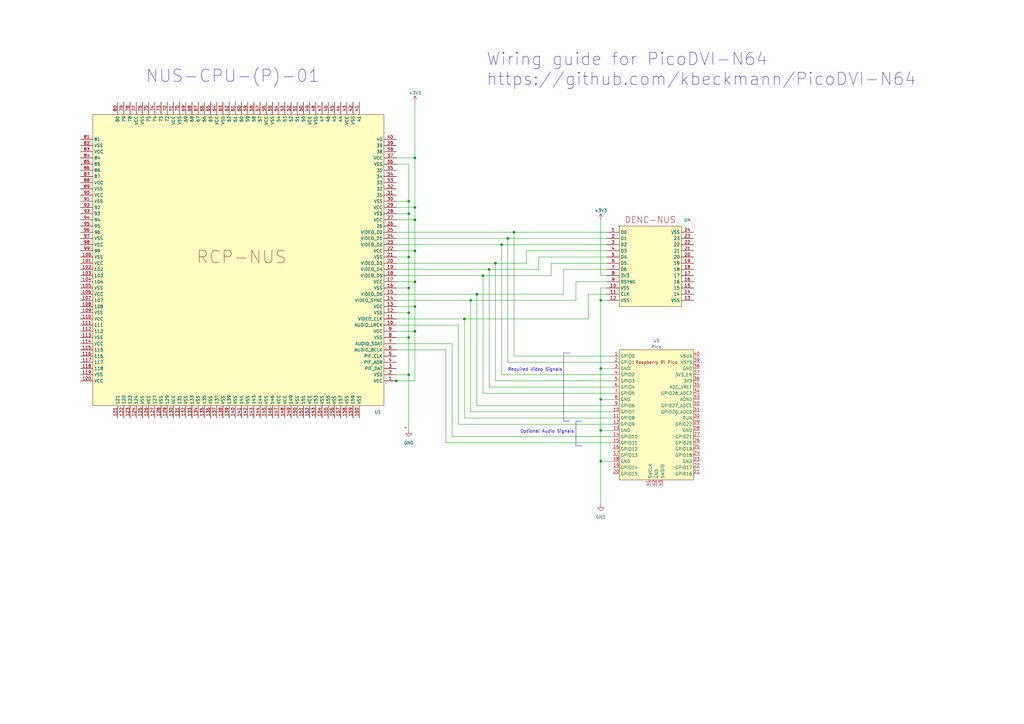
<source format=kicad_sch>
(kicad_sch (version 20230121) (generator eeschema)
  (paper "A3")
  (title_block (title "NUS-CPU-(P)-01") (date "2023-04-05"))
  (lib_symbols
    (symbol "RPi_Pico:Pico"
      (property "Reference" "U" (at -13.97 27.94 0))
      (property "Value" "Pico" (at 0 19.05 0))
      (symbol "Pico_0_0"
        (text "Raspberry Pi Pico" (at 0 21.59 0) (effects (font (size 1.27 1.27))))
      )
      (symbol "Pico_0_1"
        (rectangle (start -15.24 26.67) (end 15.24 -26.67) (fill (type background)))
      )
      (symbol "Pico_1_1"
        (pin bidirectional line (at -17.78 24.13 0) (length 2.54) (name "GPIO0") (number "1"))
        (pin bidirectional line (at -17.78 1.27 0) (length 2.54) (name "GPIO7") (number "10"))
        (pin bidirectional line (at -17.78 -1.27 0) (length 2.54) (name "GPIO8") (number "11"))
        (pin bidirectional line (at -17.78 -3.81 0) (length 2.54) (name "GPIO9") (number "12"))
        (pin power_in line (at -17.78 -6.35 0) (length 2.54) (name "GND") (number "13"))
        (pin bidirectional line (at -17.78 -8.89 0) (length 2.54) (name "GPIO10") (number "14"))
        (pin bidirectional line (at -17.78 -11.43 0) (length 2.54) (name "GPIO11") (number "15"))
        (pin bidirectional line (at -17.78 -13.97 0) (length 2.54) (name "GPIO12") (number "16"))
        (pin bidirectional line (at -17.78 -16.51 0) (length 2.54) (name "GPIO13") (number "17"))
        (pin power_in line (at -17.78 -19.05 0) (length 2.54) (name "GND") (number "18"))
        (pin bidirectional line (at -17.78 -21.59 0) (length 2.54) (name "GPIO14") (number "19"))
        (pin bidirectional line (at -17.78 21.59 0) (length 2.54) (name "GPIO1") (number "2"))
        (pin bidirectional line (at -17.78 -24.13 0) (length 2.54) (name "GPIO15") (number "20"))
        (pin bidirectional line (at 17.78 -24.13 180) (length 2.54) (name "GPIO16") (number "21"))
        (pin bidirectional line (at 17.78 -21.59 180) (length 2.54) (name "GPIO17") (number "22"))
        (pin power_in line (at 17.78 -19.05 180) (length 2.54) (name "GND") (number "23"))
        (pin bidirectional line (at 17.78 -16.51 180) (length 2.54) (name "GPIO18") (number "24"))
        (pin bidirectional line (at 17.78 -13.97 180) (length 2.54) (name "GPIO19") (number "25"))
        (pin bidirectional line (at 17.78 -11.43 180) (length 2.54) (name "GPIO20") (number "26"))
        (pin bidirectional line (at 17.78 -8.89 180) (length 2.54) (name "GPIO21") (number "27"))
        (pin power_in line (at 17.78 -6.35 180) (length 2.54) (name "GND") (number "28"))
        (pin bidirectional line (at 17.78 -3.81 180) (length 2.54) (name "GPIO22") (number "29"))
        (pin power_in line (at -17.78 19.05 0) (length 2.54) (name "GND") (number "3"))
        (pin input line (at 17.78 -1.27 180) (length 2.54) (name "RUN") (number "30"))
        (pin bidirectional line (at 17.78 1.27 180) (length 2.54) (name "GPIO26_ADC0") (number "31"))
        (pin bidirectional line (at 17.78 3.81 180) (length 2.54) (name "GPIO27_ADC1") (number "32"))
        (pin power_in line (at 17.78 6.35 180) (length 2.54) (name "AGND") (number "33"))
        (pin bidirectional line (at 17.78 8.89 180) (length 2.54) (name "GPIO28_ADC2") (number "34"))
        (pin power_in line (at 17.78 11.43 180) (length 2.54) (name "ADC_VREF") (number "35"))
        (pin power_in line (at 17.78 13.97 180) (length 2.54) (name "3V3") (number "36"))
        (pin input line (at 17.78 16.51 180) (length 2.54) (name "3V3_EN") (number "37"))
        (pin bidirectional line (at 17.78 19.05 180) (length 2.54) (name "GND") (number "38"))
        (pin power_in line (at 17.78 21.59 180) (length 2.54) (name "VSYS") (number "39"))
        (pin bidirectional line (at -17.78 16.51 0) (length 2.54) (name "GPIO2") (number "4"))
        (pin power_in line (at 17.78 24.13 180) (length 2.54) (name "VBUS") (number "40"))
        (pin input line (at -2.54 -29.21 90) (length 2.54) (name "SWCLK") (number "41"))
        (pin power_in line (at 0 -29.21 90) (length 2.54) (name "GND") (number "42"))
        (pin bidirectional line (at 2.54 -29.21 90) (length 2.54) (name "SWDIO") (number "43"))
        (pin bidirectional line (at -17.78 13.97 0) (length 2.54) (name "GPIO3") (number "5"))
        (pin bidirectional line (at -17.78 11.43 0) (length 2.54) (name "GPIO4") (number "6"))
        (pin bidirectional line (at -17.78 8.89 0) (length 2.54) (name "GPIO5") (number "7"))
        (pin power_in line (at -17.78 6.35 0) (length 2.54) (name "GND") (number "8"))
        (pin bidirectional line (at -17.78 3.81 0) (length 2.54) (name "GPIO6") (number "9"))
      )
    )
    (symbol "n64:DENC-NUS"
      (property "Reference" "U" (at 0 0 0))
      (symbol "DENC-NUS_1_1"
        (rectangle (start -27.94 35.56) (end -2.54 2.54) (fill (type background)))
        (text "DENC-NUS" (at -15.24 38.1 0) (effects (font (size 2.54 2.54))))
        (pin bidirectional line (at -33.02 33.02 0) (length 5.08) (name "D0") (number "1"))
        (pin power_in line (at -33.02 10.16 0) (length 5.08) (name "VSS") (number "10"))
        (pin bidirectional line (at -33.02 7.62 0) (length 5.08) (name "CLK") (number "11"))
        (pin power_in line (at -33.02 5.08 0) (length 5.08) (name "VSS") (number "12"))
        (pin power_in line (at 2.54 5.08 180) (length 5.08) (name "VSS") (number "13"))
        (pin bidirectional line (at 2.54 7.62 180) (length 5.08) (name "14") (number "14"))
        (pin bidirectional line (at 2.54 10.16 180) (length 5.08) (name "15") (number "15"))
        (pin bidirectional line (at 2.54 12.7 180) (length 5.08) (name "16") (number "16"))
        (pin bidirectional line (at 2.54 15.24 180) (length 5.08) (name "17") (number "17"))
        (pin bidirectional line (at 2.54 17.78 180) (length 5.08) (name "18") (number "18"))
        (pin bidirectional line (at 2.54 20.32 180) (length 5.08) (name "19") (number "19"))
        (pin bidirectional line (at -33.02 30.48 0) (length 5.08) (name "D1") (number "2"))
        (pin bidirectional line (at 2.54 22.86 180) (length 5.08) (name "20") (number "20"))
        (pin bidirectional line (at 2.54 25.4 180) (length 5.08) (name "21") (number "21"))
        (pin bidirectional line (at 2.54 27.94 180) (length 5.08) (name "22") (number "22"))
        (pin bidirectional line (at 2.54 30.48 180) (length 5.08) (name "23") (number "23"))
        (pin power_in line (at 2.54 33.02 180) (length 5.08) (name "VSS") (number "24"))
        (pin bidirectional line (at -33.02 27.94 0) (length 5.08) (name "D2") (number "3"))
        (pin bidirectional line (at -33.02 25.4 0) (length 5.08) (name "D3") (number "4"))
        (pin bidirectional line (at -33.02 22.86 0) (length 5.08) (name "D4") (number "5"))
        (pin bidirectional line (at -33.02 20.32 0) (length 5.08) (name "D5") (number "6"))
        (pin bidirectional line (at -33.02 17.78 0) (length 5.08) (name "D6") (number "7"))
        (pin power_in line (at -33.02 15.24 0) (length 5.08) (name "3V3") (number "8"))
        (pin bidirectional line (at -33.02 12.7 0) (length 5.08) (name "DSYNC") (number "9"))
      )
    )
    (symbol "n64:RCP-NUS"
      (property "Reference" "U" (at 8.89 6.35 0))
      (symbol "RCP-NUS_1_1"
        (rectangle (start -119.38 134.62) (end 0 15.24) (fill (type background)))
        (text "RCP-NUS" (at -58.42 76.2 0) (effects (font (size 5.08 5.08))))
        (pin bidirectional line (at 5.08 25.4 180) (length 5.08) (name "VCC") (number "1"))
        (pin bidirectional line (at 5.08 48.26 180) (length 5.08) (name "AUDIO_LRCK") (number "10"))
        (pin bidirectional line (at -124.46 76.2 0) (length 5.08) (name "VSS") (number "100"))
        (pin bidirectional line (at -124.46 73.66 0) (length 5.08) (name "VCC") (number "101"))
        (pin bidirectional line (at -124.46 71.12 0) (length 5.08) (name "102") (number "102"))
        (pin bidirectional line (at -124.46 68.58 0) (length 5.08) (name "103") (number "103"))
        (pin bidirectional line (at -124.46 66.04 0) (length 5.08) (name "104") (number "104"))
        (pin bidirectional line (at -124.46 63.5 0) (length 5.08) (name "VSS") (number "105"))
        (pin bidirectional line (at -124.46 60.96 0) (length 5.08) (name "VCC") (number "106"))
        (pin bidirectional line (at -124.46 58.42 0) (length 5.08) (name "107") (number "107"))
        (pin bidirectional line (at -124.46 55.88 0) (length 5.08) (name "108") (number "108"))
        (pin bidirectional line (at -124.46 53.34 0) (length 5.08) (name "VSS") (number "109"))
        (pin bidirectional line (at 5.08 50.8 180) (length 5.08) (name "VIDEO_CLK") (number "11"))
        (pin bidirectional line (at -124.46 50.8 0) (length 5.08) (name "VCC") (number "110"))
        (pin bidirectional line (at -124.46 48.26 0) (length 5.08) (name "111") (number "111"))
        (pin bidirectional line (at -124.46 45.72 0) (length 5.08) (name "112") (number "112"))
        (pin bidirectional line (at -124.46 43.18 0) (length 5.08) (name "VSS") (number "113"))
        (pin bidirectional line (at -124.46 40.64 0) (length 5.08) (name "VCC") (number "114"))
        (pin bidirectional line (at -124.46 38.1 0) (length 5.08) (name "115") (number "115"))
        (pin bidirectional line (at -124.46 35.56 0) (length 5.08) (name "116") (number "116"))
        (pin bidirectional line (at -124.46 33.02 0) (length 5.08) (name "117") (number "117"))
        (pin bidirectional line (at -124.46 30.48 0) (length 5.08) (name "118") (number "118"))
        (pin bidirectional line (at -124.46 27.94 0) (length 5.08) (name "VSS") (number "119"))
        (pin bidirectional line (at 5.08 53.34 180) (length 5.08) (name "VSS") (number "12"))
        (pin bidirectional line (at -124.46 25.4 0) (length 5.08) (name "VCC") (number "120"))
        (pin bidirectional line (at -109.22 10.16 90) (length 5.08) (name "121") (number "121"))
        (pin bidirectional line (at -106.68 10.16 90) (length 5.08) (name "122") (number "122"))
        (pin bidirectional line (at -104.14 10.16 90) (length 5.08) (name "123") (number "123"))
        (pin bidirectional line (at -101.6 10.16 90) (length 5.08) (name "124") (number "124"))
        (pin bidirectional line (at -99.06 10.16 90) (length 5.08) (name "VSS") (number "125"))
        (pin bidirectional line (at -96.52 10.16 90) (length 5.08) (name "VCC") (number "126"))
        (pin bidirectional line (at -93.98 10.16 90) (length 5.08) (name "127") (number "127"))
        (pin bidirectional line (at -91.44 10.16 90) (length 5.08) (name "VSS") (number "128"))
        (pin bidirectional line (at -88.9 10.16 90) (length 5.08) (name "129") (number "129"))
        (pin bidirectional line (at 5.08 55.88 180) (length 5.08) (name "VCC") (number "13"))
        (pin bidirectional line (at -86.36 10.16 90) (length 5.08) (name "VCC") (number "130"))
        (pin bidirectional line (at -83.82 10.16 90) (length 5.08) (name "131") (number "131"))
        (pin bidirectional line (at -81.28 10.16 90) (length 5.08) (name "VSS") (number "132"))
        (pin bidirectional line (at -78.74 10.16 90) (length 5.08) (name "133") (number "133"))
        (pin bidirectional line (at -76.2 10.16 90) (length 5.08) (name "VSS") (number "134"))
        (pin bidirectional line (at -73.66 10.16 90) (length 5.08) (name "135") (number "135"))
        (pin bidirectional line (at -71.12 10.16 90) (length 5.08) (name "VSS") (number "136"))
        (pin bidirectional line (at -68.58 10.16 90) (length 5.08) (name "137") (number "137"))
        (pin bidirectional line (at -66.04 10.16 90) (length 5.08) (name "VSS") (number "138"))
        (pin bidirectional line (at -63.5 10.16 90) (length 5.08) (name "139") (number "139"))
        (pin bidirectional line (at 5.08 58.42 180) (length 5.08) (name "VIDEO_SYNC") (number "14"))
        (pin bidirectional line (at -60.96 10.16 90) (length 5.08) (name "VSS") (number "140"))
        (pin bidirectional line (at -58.42 10.16 90) (length 5.08) (name "141") (number "141"))
        (pin bidirectional line (at -55.88 10.16 90) (length 5.08) (name "VSS") (number "142"))
        (pin bidirectional line (at -53.34 10.16 90) (length 5.08) (name "143") (number "143"))
        (pin bidirectional line (at -50.8 10.16 90) (length 5.08) (name "144") (number "144"))
        (pin bidirectional line (at -48.26 10.16 90) (length 5.08) (name "VSS") (number "145"))
        (pin bidirectional line (at -45.72 10.16 90) (length 5.08) (name "146") (number "146"))
        (pin bidirectional line (at -43.18 10.16 90) (length 5.08) (name "VCC") (number "147"))
        (pin bidirectional line (at -40.64 10.16 90) (length 5.08) (name "VCC") (number "148"))
        (pin bidirectional line (at -38.1 10.16 90) (length 5.08) (name "149") (number "149"))
        (pin bidirectional line (at 5.08 60.96 180) (length 5.08) (name "VIDEO_D6") (number "15"))
        (pin bidirectional line (at -35.56 10.16 90) (length 5.08) (name "VSS") (number "150"))
        (pin bidirectional line (at -33.02 10.16 90) (length 5.08) (name "151") (number "151"))
        (pin bidirectional line (at -30.48 10.16 90) (length 5.08) (name "VCC") (number "152"))
        (pin bidirectional line (at -27.94 10.16 90) (length 5.08) (name "153") (number "153"))
        (pin bidirectional line (at -25.4 10.16 90) (length 5.08) (name "VSS") (number "154"))
        (pin bidirectional line (at -22.86 10.16 90) (length 5.08) (name "155") (number "155"))
        (pin bidirectional line (at -20.32 10.16 90) (length 5.08) (name "VSS") (number "156"))
        (pin bidirectional line (at -17.78 10.16 90) (length 5.08) (name "157") (number "157"))
        (pin bidirectional line (at -15.24 10.16 90) (length 5.08) (name "VSS") (number "158"))
        (pin bidirectional line (at -12.7 10.16 90) (length 5.08) (name "159") (number "159"))
        (pin bidirectional line (at 5.08 63.5 180) (length 5.08) (name "VSS") (number "16"))
        (pin bidirectional line (at -10.16 10.16 90) (length 5.08) (name "VSS") (number "160"))
        (pin bidirectional line (at 5.08 66.04 180) (length 5.08) (name "VCC") (number "17"))
        (pin bidirectional line (at 5.08 68.58 180) (length 5.08) (name "VIDEO_D5") (number "18"))
        (pin bidirectional line (at 5.08 71.12 180) (length 5.08) (name "VIDEO_D4") (number "19"))
        (pin bidirectional line (at 5.08 27.94 180) (length 5.08) (name "VSS") (number "2"))
        (pin bidirectional line (at 5.08 73.66 180) (length 5.08) (name "VIDEO_D3") (number "20"))
        (pin bidirectional line (at 5.08 76.2 180) (length 5.08) (name "VSS") (number "21"))
        (pin bidirectional line (at 5.08 78.74 180) (length 5.08) (name "VCC") (number "22"))
        (pin bidirectional line (at 5.08 81.28 180) (length 5.08) (name "VIDEO_D2") (number "23"))
        (pin bidirectional line (at 5.08 83.82 180) (length 5.08) (name "VIDEO_D1") (number "24"))
        (pin bidirectional line (at 5.08 86.36 180) (length 5.08) (name "VIDEO_D0") (number "25"))
        (pin bidirectional line (at 5.08 88.9 180) (length 5.08) (name "26") (number "26"))
        (pin bidirectional line (at 5.08 91.44 180) (length 5.08) (name "VCC") (number "27"))
        (pin bidirectional line (at 5.08 93.98 180) (length 5.08) (name "VSS") (number "28"))
        (pin bidirectional line (at 5.08 96.52 180) (length 5.08) (name "VCC") (number "29"))
        (pin bidirectional line (at 5.08 30.48 180) (length 5.08) (name "PIF_DAT") (number "3"))
        (pin bidirectional line (at 5.08 99.06 180) (length 5.08) (name "VSS") (number "30"))
        (pin bidirectional line (at 5.08 101.6 180) (length 5.08) (name "31") (number "31"))
        (pin bidirectional line (at 5.08 104.14 180) (length 5.08) (name "32") (number "32"))
        (pin bidirectional line (at 5.08 106.68 180) (length 5.08) (name "33") (number "33"))
        (pin bidirectional line (at 5.08 109.22 180) (length 5.08) (name "34") (number "34"))
        (pin bidirectional line (at 5.08 111.76 180) (length 5.08) (name "35") (number "35"))
        (pin bidirectional line (at 5.08 114.3 180) (length 5.08) (name "VSS") (number "36"))
        (pin bidirectional line (at 5.08 116.84 180) (length 5.08) (name "VCC") (number "37"))
        (pin bidirectional line (at 5.08 119.38 180) (length 5.08) (name "38") (number "38"))
        (pin bidirectional line (at 5.08 121.92 180) (length 5.08) (name "39") (number "39"))
        (pin bidirectional line (at 5.08 33.02 180) (length 5.08) (name "PIF_ADR") (number "4"))
        (pin bidirectional line (at 5.08 124.46 180) (length 5.08) (name "40") (number "40"))
        (pin bidirectional line (at -10.16 139.7 270) (length 5.08) (name "41") (number "41"))
        (pin bidirectional line (at -12.7 139.7 270) (length 5.08) (name "VSS") (number "42"))
        (pin bidirectional line (at -15.24 139.7 270) (length 5.08) (name "VCC") (number "43"))
        (pin bidirectional line (at -17.78 139.7 270) (length 5.08) (name "44") (number "44"))
        (pin bidirectional line (at -20.32 139.7 270) (length 5.08) (name "45") (number "45"))
        (pin bidirectional line (at -22.86 139.7 270) (length 5.08) (name "46") (number "46"))
        (pin bidirectional line (at -25.4 139.7 270) (length 5.08) (name "47") (number "47"))
        (pin bidirectional line (at -27.94 139.7 270) (length 5.08) (name "VSS") (number "48"))
        (pin bidirectional line (at -30.48 139.7 270) (length 5.08) (name "VCC") (number "49"))
        (pin bidirectional line (at 5.08 35.56 180) (length 5.08) (name "PIF_CLK") (number "5"))
        (pin bidirectional line (at -33.02 139.7 270) (length 5.08) (name "50") (number "50"))
        (pin bidirectional line (at -35.56 139.7 270) (length 5.08) (name "51") (number "51"))
        (pin bidirectional line (at -38.1 139.7 270) (length 5.08) (name "52") (number "52"))
        (pin bidirectional line (at -40.64 139.7 270) (length 5.08) (name "53") (number "53"))
        (pin bidirectional line (at -43.18 139.7 270) (length 5.08) (name "54") (number "54"))
        (pin bidirectional line (at -45.72 139.7 270) (length 5.08) (name "VSS") (number "55"))
        (pin bidirectional line (at -48.26 139.7 270) (length 5.08) (name "VCC") (number "56"))
        (pin bidirectional line (at -50.8 139.7 270) (length 5.08) (name "57") (number "57"))
        (pin bidirectional line (at -53.34 139.7 270) (length 5.08) (name "58") (number "58"))
        (pin bidirectional line (at -55.88 139.7 270) (length 5.08) (name "59") (number "59"))
        (pin bidirectional line (at 5.08 38.1 180) (length 5.08) (name "AUDIO_BCLK") (number "6"))
        (pin bidirectional line (at -58.42 139.7 270) (length 5.08) (name "60") (number "60"))
        (pin bidirectional line (at -60.96 139.7 270) (length 5.08) (name "61") (number "61"))
        (pin bidirectional line (at -63.5 139.7 270) (length 5.08) (name "62") (number "62"))
        (pin bidirectional line (at -66.04 139.7 270) (length 5.08) (name "VSS") (number "63"))
        (pin bidirectional line (at -68.58 139.7 270) (length 5.08) (name "VCC") (number "64"))
        (pin bidirectional line (at -71.12 139.7 270) (length 5.08) (name "65") (number "65"))
        (pin bidirectional line (at -73.66 139.7 270) (length 5.08) (name "66") (number "66"))
        (pin bidirectional line (at -76.2 139.7 270) (length 5.08) (name "67") (number "67"))
        (pin bidirectional line (at -78.74 139.7 270) (length 5.08) (name "68") (number "68"))
        (pin bidirectional line (at -81.28 139.7 270) (length 5.08) (name "69") (number "69"))
        (pin bidirectional line (at 5.08 40.64 180) (length 5.08) (name "AUDIO_SDAT") (number "7"))
        (pin bidirectional line (at -83.82 139.7 270) (length 5.08) (name "VSS") (number "70"))
        (pin bidirectional line (at -86.36 139.7 270) (length 5.08) (name "VCC") (number "71"))
        (pin bidirectional line (at -88.9 139.7 270) (length 5.08) (name "72") (number "72"))
        (pin bidirectional line (at -91.44 139.7 270) (length 5.08) (name "73") (number "73"))
        (pin bidirectional line (at -93.98 139.7 270) (length 5.08) (name "74") (number "74"))
        (pin bidirectional line (at -96.52 139.7 270) (length 5.08) (name "75") (number "75"))
        (pin bidirectional line (at -99.06 139.7 270) (length 5.08) (name "VSS") (number "76"))
        (pin bidirectional line (at -101.6 139.7 270) (length 5.08) (name "VCC") (number "77"))
        (pin bidirectional line (at -104.14 139.7 270) (length 5.08) (name "78") (number "78"))
        (pin bidirectional line (at -106.68 139.7 270) (length 5.08) (name "79") (number "79"))
        (pin bidirectional line (at 5.08 43.18 180) (length 5.08) (name "VSS") (number "8"))
        (pin bidirectional line (at -109.22 139.7 270) (length 5.08) (name "80") (number "80"))
        (pin bidirectional line (at -124.46 124.46 0) (length 5.08) (name "81") (number "81"))
        (pin bidirectional line (at -124.46 121.92 0) (length 5.08) (name "VSS") (number "82"))
        (pin bidirectional line (at -124.46 119.38 0) (length 5.08) (name "VCC") (number "83"))
        (pin bidirectional line (at -124.46 116.84 0) (length 5.08) (name "84") (number "84"))
        (pin bidirectional line (at -124.46 114.3 0) (length 5.08) (name "85") (number "85"))
        (pin bidirectional line (at -124.46 111.76 0) (length 5.08) (name "86") (number "86"))
        (pin bidirectional line (at -124.46 109.22 0) (length 5.08) (name "87") (number "87"))
        (pin bidirectional line (at -124.46 106.68 0) (length 5.08) (name "VCC") (number "88"))
        (pin bidirectional line (at -124.46 104.14 0) (length 5.08) (name "VSS") (number "89"))
        (pin bidirectional line (at 5.08 45.72 180) (length 5.08) (name "VCC") (number "9"))
        (pin bidirectional line (at -124.46 101.6 0) (length 5.08) (name "VCC") (number "90"))
        (pin bidirectional line (at -124.46 99.06 0) (length 5.08) (name "VSS") (number "91"))
        (pin bidirectional line (at -124.46 96.52 0) (length 5.08) (name "92") (number "92"))
        (pin bidirectional line (at -124.46 93.98 0) (length 5.08) (name "93") (number "93"))
        (pin bidirectional line (at -124.46 91.44 0) (length 5.08) (name "94") (number "94"))
        (pin bidirectional line (at -124.46 88.9 0) (length 5.08) (name "95") (number "95"))
        (pin bidirectional line (at -124.46 86.36 0) (length 5.08) (name "96") (number "96"))
        (pin bidirectional line (at -124.46 83.82 0) (length 5.08) (name "VSS") (number "97"))
        (pin bidirectional line (at -124.46 81.28 0) (length 5.08) (name "VCC") (number "98"))
        (pin bidirectional line (at -124.46 78.74 0) (length 5.08) (name "99") (number "99"))
      )
    )
    (symbol "power:+3V3" (power) (pin_names (offset 0))
      (property "Value" "+3V3" (at 0 3.556 0))
      (symbol "+3V3_0_1"
        (polyline (pts (xy -0.762 1.27) (xy 0 2.54)))
        (polyline (pts (xy 0 0) (xy 0 2.54)))
        (polyline (pts (xy 0 2.54) (xy 0.762 1.27)))
      )
      (symbol "+3V3_1_1"
        (pin power_in line (at 0 0 90) (length 0) hide (name "+3V3") (number "1"))
      )
    )
    (symbol "power:GND" (power) (pin_names (offset 0))
      (property "Value" "GND" (at 0 -3.81 0))
      (symbol "GND_0_1"
        (polyline (pts (xy 0 0) (xy 0 -1.27) (xy 1.27 -1.27) (xy 0 -2.54) (xy -1.27 -1.27) (xy 0 -1.27)))
      )
      (symbol "GND_1_1"
        (pin power_in line (at 0 0 270) (length 0) hide (name "GND") (number "1"))
      )
    )
  )
  (junction (at 193.04 123.19))
  (junction (at 210.82 95.25))
  (junction (at 170.18 135.89))
  (junction (at 246.38 163.83))
  (junction (at 208.28 97.79))
  (junction (at 170.18 115.57))
  (junction (at 246.38 151.13))
  (junction (at 205.74 100.33))
  (junction (at 203.2 107.95))
  (junction (at 167.64 105.41))
  (junction (at 167.64 87.63))
  (junction (at 170.18 125.73))
  (junction (at 167.64 128.27))
  (junction (at 246.38 123.19))
  (junction (at 167.64 138.43))
  (junction (at 167.64 153.67))
  (junction (at 170.18 90.17))
  (junction (at 195.58 120.65))
  (junction (at 200.66 110.49))
  (junction (at 198.12 113.03))
  (junction (at 190.5 130.81))
  (junction (at 162.56 156.21))
  (junction (at 170.18 102.87))
  (junction (at 246.38 176.53))
  (junction (at 170.18 64.77))
  (junction (at 170.18 85.09))
  (junction (at 246.38 189.23))
  (junction (at 167.64 118.11))
  (junction (at 167.64 82.55))
  (wire (pts (xy 170.18 85.09) (xy 170.18 90.17)))
  (wire (pts (xy 220.98 110.49) (xy 200.66 110.49)))
  (wire (pts (xy 182.88 181.61) (xy 251.46 181.61)))
  (wire (pts (xy 203.2 107.95) (xy 215.9 107.95)))
  (wire (pts (xy 200.66 110.49) (xy 200.66 158.75)))
  (wire (pts (xy 246.38 163.83) (xy 246.38 176.53)))
  (wire (pts (xy 162.56 87.63) (xy 167.64 87.63)))
  (wire (pts (xy 226.06 107.95) (xy 248.92 107.95)))
  (wire (pts (xy 167.64 176.53) (xy 167.64 153.67)))
  (wire (pts (xy 246.38 176.53) (xy 246.38 189.23)))
  (wire (pts (xy 200.66 110.49) (xy 162.56 110.49)))
  (wire (pts (xy 200.66 158.75) (xy 251.46 158.75)))
  (wire (pts (xy 248.92 120.65) (xy 241.3 120.65)))
  (wire (pts (xy 246.38 163.83) (xy 251.46 163.83)))
  (wire (pts (xy 185.42 140.97) (xy 185.42 179.07)))
  (wire (pts (xy 248.92 115.57) (xy 236.22 115.57)))
  (wire (pts (xy 162.56 102.87) (xy 170.18 102.87)))
  (wire (pts (xy 170.18 135.89) (xy 170.18 156.21)))
  (wire (pts (xy 193.04 123.19) (xy 162.56 123.19)))
  (wire (pts (xy 162.56 115.57) (xy 170.18 115.57)))
  (wire (pts (xy 170.18 125.73) (xy 170.18 135.89)))
  (wire (pts (xy 170.18 90.17) (xy 170.18 102.87)))
  (wire (pts (xy 195.58 166.37) (xy 251.46 166.37)))
  (wire (pts (xy 170.18 102.87) (xy 170.18 115.57)))
  (wire (pts (xy 215.9 102.87) (xy 248.92 102.87)))
  (wire (pts (xy 246.38 90.17) (xy 246.38 113.03)))
  (wire (pts (xy 162.56 95.25) (xy 210.82 95.25)))
  (wire (pts (xy 162.56 140.97) (xy 185.42 140.97)))
  (wire (pts (xy 195.58 120.65) (xy 195.58 166.37)))
  (wire (pts (xy 246.38 189.23) (xy 246.38 207.01)))
  (wire (pts (xy 162.56 118.11) (xy 167.64 118.11)))
  (wire (pts (xy 236.22 115.57) (xy 236.22 123.19)))
  (wire (pts (xy 167.64 128.27) (xy 167.64 118.11)))
  (wire (pts (xy 170.18 115.57) (xy 170.18 125.73)))
  (wire (pts (xy 198.12 113.03) (xy 226.06 113.03)))
  (wire (pts (xy 162.56 107.95) (xy 203.2 107.95)))
  (wire (pts (xy 193.04 123.19) (xy 193.04 168.91)))
  (wire (pts (xy 248.92 105.41) (xy 220.98 105.41)))
  (wire (pts (xy 167.64 118.11) (xy 167.64 105.41)))
  (wire (pts (xy 162.56 113.03) (xy 198.12 113.03)))
  (wire (pts (xy 251.46 148.59) (xy 208.28 148.59)))
  (wire (pts (xy 246.38 118.11) (xy 246.38 123.19)))
  (polyline (pts (xy 236.22 172.72) (xy 236.22 182.88)))
  (wire (pts (xy 162.56 125.73) (xy 170.18 125.73)))
  (wire (pts (xy 231.14 120.65) (xy 195.58 120.65)))
  (wire (pts (xy 185.42 179.07) (xy 251.46 179.07)))
  (wire (pts (xy 182.88 143.51) (xy 182.88 181.61)))
  (wire (pts (xy 248.92 110.49) (xy 231.14 110.49)))
  (wire (pts (xy 246.38 151.13) (xy 251.46 151.13)))
  (wire (pts (xy 226.06 113.03) (xy 226.06 107.95)))
  (wire (pts (xy 167.64 67.31) (xy 162.56 67.31)))
  (wire (pts (xy 198.12 113.03) (xy 198.12 161.29)))
  (wire (pts (xy 190.5 130.81) (xy 162.56 130.81)))
  (wire (pts (xy 162.56 90.17) (xy 170.18 90.17)))
  (wire (pts (xy 203.2 107.95) (xy 203.2 156.21)))
  (wire (pts (xy 248.92 118.11) (xy 246.38 118.11)))
  (wire (pts (xy 162.56 143.51) (xy 182.88 143.51)))
  (wire (pts (xy 167.64 82.55) (xy 167.64 67.31)))
  (wire (pts (xy 241.3 130.81) (xy 190.5 130.81)))
  (wire (pts (xy 162.56 153.67) (xy 167.64 153.67)))
  (wire (pts (xy 210.82 95.25) (xy 248.92 95.25)))
  (polyline (pts (xy 231.14 172.72) (xy 231.14 144.78)))
  (wire (pts (xy 205.74 100.33) (xy 248.92 100.33)))
  (wire (pts (xy 246.38 113.03) (xy 248.92 113.03)))
  (wire (pts (xy 236.22 123.19) (xy 193.04 123.19)))
  (wire (pts (xy 170.18 41.91) (xy 170.18 64.77)))
  (wire (pts (xy 246.38 151.13) (xy 246.38 163.83)))
  (wire (pts (xy 162.56 138.43) (xy 167.64 138.43)))
  (wire (pts (xy 190.5 171.45) (xy 251.46 171.45)))
  (wire (pts (xy 187.96 173.99) (xy 251.46 173.99)))
  (wire (pts (xy 162.56 156.21) (xy 160.02 156.21)))
  (wire (pts (xy 162.56 105.41) (xy 167.64 105.41)))
  (polyline (pts (xy 236.22 182.88) (xy 238.76 182.88)))
  (wire (pts (xy 167.64 153.67) (xy 167.64 138.43)))
  (wire (pts (xy 215.9 107.95) (xy 215.9 102.87)))
  (wire (pts (xy 170.18 156.21) (xy 162.56 156.21)))
  (wire (pts (xy 205.74 100.33) (xy 205.74 153.67)))
  (wire (pts (xy 162.56 128.27) (xy 167.64 128.27)))
  (wire (pts (xy 190.5 130.81) (xy 190.5 171.45)))
  (wire (pts (xy 162.56 64.77) (xy 170.18 64.77)))
  (wire (pts (xy 198.12 161.29) (xy 251.46 161.29)))
  (wire (pts (xy 246.38 123.19) (xy 248.92 123.19)))
  (wire (pts (xy 210.82 95.25) (xy 210.82 146.05)))
  (wire (pts (xy 167.64 105.41) (xy 167.64 87.63)))
  (wire (pts (xy 167.64 138.43) (xy 167.64 128.27)))
  (wire (pts (xy 203.2 156.21) (xy 251.46 156.21)))
  (wire (pts (xy 162.56 97.79) (xy 208.28 97.79)))
  (wire (pts (xy 162.56 133.35) (xy 187.96 133.35)))
  (wire (pts (xy 208.28 148.59) (xy 208.28 97.79)))
  (wire (pts (xy 170.18 64.77) (xy 170.18 85.09)))
  (wire (pts (xy 231.14 110.49) (xy 231.14 120.65)))
  (wire (pts (xy 162.56 82.55) (xy 167.64 82.55)))
  (wire (pts (xy 167.64 87.63) (xy 167.64 82.55)))
  (wire (pts (xy 246.38 189.23) (xy 251.46 189.23)))
  (wire (pts (xy 246.38 176.53) (xy 251.46 176.53)))
  (wire (pts (xy 210.82 146.05) (xy 251.46 146.05)))
  (wire (pts (xy 220.98 105.41) (xy 220.98 110.49)))
  (wire (pts (xy 193.04 168.91) (xy 251.46 168.91)))
  (polyline (pts (xy 231.14 144.78) (xy 233.68 144.78)))
  (wire (pts (xy 162.56 135.89) (xy 170.18 135.89)))
  (wire (pts (xy 208.28 97.79) (xy 248.92 97.79)))
  (wire (pts (xy 187.96 133.35) (xy 187.96 173.99)))
  (wire (pts (xy 241.3 120.65) (xy 241.3 130.81)))
  (wire (pts (xy 162.56 85.09) (xy 170.18 85.09)))
  (polyline (pts (xy 233.68 172.72) (xy 231.14 172.72)))
  (wire (pts (xy 205.74 153.67) (xy 251.46 153.67)))
  (wire (pts (xy 246.38 123.19) (xy 246.38 151.13)))
  (polyline (pts (xy 238.76 172.72) (xy 236.22 172.72)))
  (wire (pts (xy 162.56 100.33) (xy 205.74 100.33)))
  (wire (pts (xy 195.58 120.65) (xy 162.56 120.65)))
  (text "Required Video Signals" (at 208.28 152.4 0) (effects (font (size 1.27 1.27)) (justify left bottom)))
  (text "Wiring guide for PicoDVI-N64\nhttps://github.com/kbeckmann/PicoDVI-N64" (at 199.39 35.56 0) (effects (font (size 5.08 5.08)) (justify left bottom)))
  (text "Optional Audio Signals" (at 213.36 177.8 0) (effects (font (size 1.27 1.27)) (justify left bottom)))
  (text "NUS-CPU-(P)-01" (at 59.69 34.29 0) (effects (font (size 5.08 5.08)) (justify left bottom)))
  (symbol (lib_id "power:+3V3") (at 246.38 90.17 0) (unit 1)
    (property "Reference" "#PWR03" (effects hide))
    (property "Value" "+3V3" (at 246.38 86.36 0))
    (instances (project "n64-kicad" (path "" (reference "#PWR03") (unit 1)) (path "" (reference "#PWR03") (unit 1)) (path "" (reference "#PWR07") (unit 1))))
  )
  (symbol (lib_id "power:GND") (at 246.38 207.01 0) (unit 1)
    (property "Reference" "#PWR04" (effects hide))
    (property "Value" "GND" (at 246.38 212.09 0))
    (instances (project "n64-kicad" (path "" (reference "#PWR04") (unit 1)) (path "" (reference "#PWR04") (unit 1)) (path "" (reference "#PWR08") (unit 1))))
  )
  (symbol (lib_id "RPi_Pico:Pico") (at 269.24 170.18 0) (unit 1)
    (property "Reference" "U5" (at 269.24 139.7 0))
    (property "Value" "Pico" (at 269.24 142.24 0))
    (property "Footprint" "RPi_Pico:RPi_Pico_SMD_TH" (effects hide))
  )
  (symbol (lib_id "power:+3V3") (at 170.18 41.91 0) (unit 1)
    (property "Reference" "#PWR02" (effects hide))
    (property "Value" "+3V3" (at 170.18 38.1 0))
    (instances (project "n64-kicad" (path "" (reference "#PWR02") (unit 1)) (path "" (reference "#PWR02") (unit 1)) (path "" (reference "#PWR06") (unit 1))))
  )
  (symbol (lib_id "n64:RCP-NUS") (at 157.48 181.61 0) (unit 1)
    (property "Reference" "U1" (at 154.94 168.91 0))
    (property "Value" "~" (at 166.37 175.26 0))
    (instances (project "n64-kicad" (path "" (reference "U1") (unit 1)) (path "" (reference "U1") (unit 1)) (path "" (reference "U3") (unit 1))))
  )
  (symbol (lib_id "n64:DENC-NUS") (at 281.94 128.27 0) (unit 1)
    (property "Reference" "U4" (at 281.94 90.17 0))
    (property "Value" "~" (at 254 92.71 0))
    (instances (project "n64-kicad" (path "" (reference "U4") (unit 1)) (path "" (reference "U2") (unit 1)) (path "" (reference "U4") (unit 1))))
  )
  (symbol (lib_id "power:GND") (at 167.64 176.53 0) (unit 1)
    (property "Reference" "#PWR01" (effects hide))
    (property "Value" "GND" (at 167.64 181.61 0))
    (instances (project "n64-kicad" (path "" (reference "#PWR01") (unit 1)) (path "" (reference "#PWR01") (unit 1)) (path "" (reference "#PWR05") (unit 1))))
  )
)
</source>
